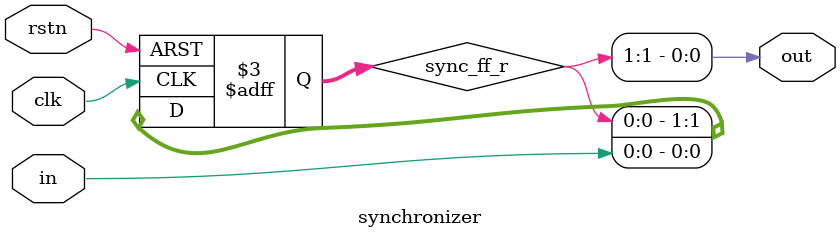
<source format=v>


module synchronizer (
    input    clk,
    input    rstn,
    input    in,

    output    out
);
reg [1:0]  sync_ff_r;

always @(posedge clk or negedge rstn)   if (!rstn) begin      sync_ff_r   <= 0;   end   else begin      sync_ff_r[0]   <= in;      sync_ff_r[1]   <= sync_ff_r[0];   end
assign out = sync_ff_r[1];
endmodule

</source>
